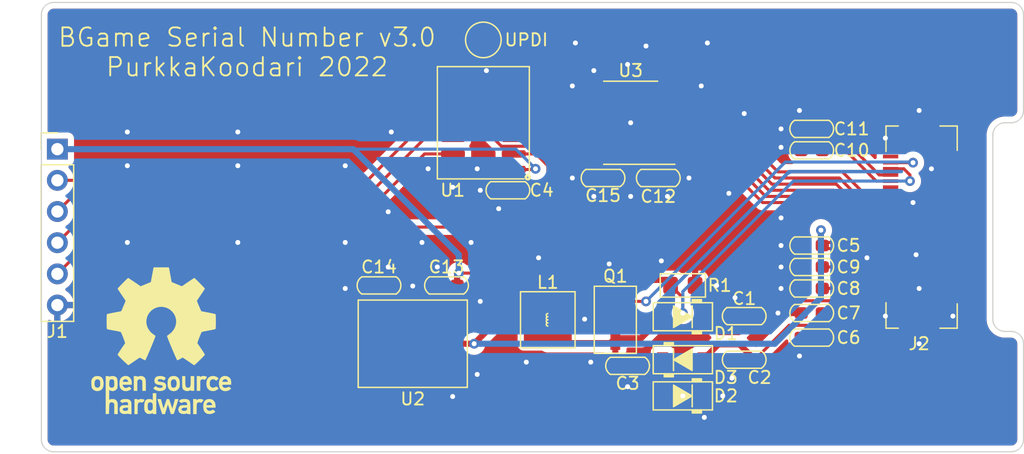
<source format=kicad_pcb>
(kicad_pcb (version 20211014) (generator pcbnew)
  (layers (0 "F.Cu" signal) (31 "B.Cu" signal) (34 "B.Paste" user) (35 "F.Paste" user) (36 "B.SilkS" user "B.Silkscreen") (37 "F.SilkS" user "F.Silkscreen") (38 "B.Mask" user) (39 "F.Mask" user) (44 "Edge.Cuts" user))
  (net 0 "")
  (net 1 "GND")
  (net 2 "/VGH")
  (net 3 "/VGL")
  (net 4 "Net-(C3-Pad1)")
  (net 5 "Net-(C3-Pad2)")
  (net 6 "+3V3")
  (net 7 "Net-(C6-Pad2)")
  (net 8 "Net-(C7-Pad2)")
  (net 9 "Net-(C8-Pad2)")
  (net 10 "Net-(C9-Pad2)")
  (net 11 "Net-(C10-Pad2)")
  (net 12 "Net-(C11-Pad2)")
  (net 13 "/HOST_MOSI")
  (net 14 "/HOST_MISO")
  (net 15 "/HOST_SCK")
  (net 16 "/HOST_CS")
  (net 17 "/UPDI")
  (net 18 "/GDR")
  (net 19 "/RESE")
  (net 20 "/DISP_SCK")
  (net 21 "/DISP_MOSI")
  (net 27 "/DISP_BUSY")
  (net 28 "/DISP_RES")
  (net 29 "/DISP_D{slash}C")
  (net 30 "/DISP_CS")
  (net 31 "+5V")
  (net 32 "/DISP_BUSY_3V")
  (net 33 "/DISP_RES_3V")
  (net 34 "/DISP_D{slash}C_3V")
  (net 35 "/DISP_CS_3V")
  (net 36 "/DISP_SCK_3V")
  (net 37 "/DISP_MOSI_3V")
  (footprint "Capacitor_SMD_Handsoldering_AKL:C_0603_1608Metric_Pad1.08x0.95mm" (layer "F.Cu") (at 90.249998 54.3)
    (fp_text reference "C12" (at 0.000001 1.5) (layer "F.SilkS"))
    (fp_text value "100n")
    (pad "1" smd roundrect (at -0.8625 0) (size 1.075 0.95) (layers "F.Cu" "F.Paste" "F.Mask") (net 6 "+3V3"))
    (pad "2" smd roundrect (at 0.8625 0) (size 1.075 0.95) (layers "F.Cu" "F.Paste" "F.Mask") (net 1 "GND"))
  )
  (footprint "Inductor_SMD_Handsoldering_AKL:L_Taiyo-Yuden_NR-40xx" (layer "F.Cu") (at 81.249996 65.85 90)
    (fp_text reference "L1" (at 3.05 0.000002 180) (layer "F.SilkS"))
    (fp_text value "47u")
    (pad "1" smd rect (at -1.4 0 90) (size 1.2 3.9) (layers "F.Cu" "F.Paste" "F.Mask") (net 5 "Net-(C3-Pad2)"))
    (pad "2" smd rect (at 1.4 0 90) (size 1.2 3.9) (layers "F.Cu" "F.Paste" "F.Mask") (net 6 "+3V3"))
  )
  (footprint "Capacitor_SMD_Handsoldering_AKL:C_0603_1608Metric_Pad1.08x0.95mm" (layer "F.Cu") (at 102.749998 63.3)
    (fp_text reference "C8" (at 2.999998 0) (layer "F.SilkS"))
    (fp_text value "1u")
    (pad "1" smd roundrect (at -0.8625 0) (size 1.075 0.95) (layers "F.Cu" "F.Paste" "F.Mask") (net 1 "GND"))
    (pad "2" smd roundrect (at 0.8625 0) (size 1.075 0.95) (layers "F.Cu" "F.Paste" "F.Mask") (net 9 "Net-(C8-Pad2)"))
  )
  (footprint "Capacitor_SMD_Handsoldering_AKL:C_0603_1608Metric_Pad1.08x0.95mm" (layer "F.Cu") (at 102.749998 50.3)
    (fp_text reference "C11" (at 3.25 0) (layer "F.SilkS"))
    (fp_text value "1u")
    (pad "1" smd roundrect (at -0.8625 0) (size 1.075 0.95) (layers "F.Cu" "F.Paste" "F.Mask") (net 1 "GND"))
    (pad "2" smd roundrect (at 0.8625 0) (size 1.075 0.95) (layers "F.Cu" "F.Paste" "F.Mask") (net 12 "Net-(C11-Pad2)"))
  )
  (footprint "Capacitor_SMD_Handsoldering_AKL:C_0603_1608Metric_Pad1.08x0.95mm" (layer "F.Cu") (at 77.999998 55.3 180)
    (fp_text reference "C4" (at -2.75 0 180) (layer "F.SilkS"))
    (fp_text value "100n")
    (pad "1" smd roundrect (at -0.8625 0 180) (size 1.075 0.95) (layers "F.Cu" "F.Paste" "F.Mask") (net 31 "+5V"))
    (pad "2" smd roundrect (at 0.8625 0 180) (size 1.075 0.95) (layers "F.Cu" "F.Paste" "F.Mask") (net 1 "GND"))
  )
  (footprint "Diode_SMD_Handsoldering_AKL:D_SOD-123" (layer "F.Cu") (at 92.249996 72.05 180)
    (fp_text reference "D2" (at -3.500002 0 180) (layer "F.SilkS"))
    (fp_text value "NRVB0530T1G")
    (pad "1" smd rect (at -1.65 0 180) (size 0.9 1.2) (layers "F.Cu" "F.Paste" "F.Mask") (net 1 "GND"))
    (pad "2" smd rect (at 1.65 0 180) (size 0.9 1.2) (layers "F.Cu" "F.Paste" "F.Mask") (net 4 "Net-(C3-Pad1)"))
  )
  (footprint "Capacitor_SMD_Handsoldering_AKL:C_0603_1608Metric_Pad1.08x0.95mm" (layer "F.Cu") (at 87.749996 69.6 180)
    (fp_text reference "C3" (at 0 -1.43 180) (layer "F.SilkS"))
    (fp_text value "1u")
    (pad "1" smd roundrect (at -0.8625 0 180) (size 1.075 0.95) (layers "F.Cu" "F.Paste" "F.Mask") (net 4 "Net-(C3-Pad1)"))
    (pad "2" smd roundrect (at 0.8625 0 180) (size 1.075 0.95) (layers "F.Cu" "F.Paste" "F.Mask") (net 5 "Net-(C3-Pad2)"))
  )
  (footprint "Capacitor_SMD_Handsoldering_AKL:C_0603_1608Metric_Pad1.08x0.95mm" (layer "F.Cu") (at 102.75 61.55)
    (fp_text reference "C9" (at 2.999998 0) (layer "F.SilkS"))
    (fp_text value "1u")
    (pad "1" smd roundrect (at -0.8625 0) (size 1.075 0.95) (layers "F.Cu" "F.Paste" "F.Mask") (net 1 "GND"))
    (pad "2" smd roundrect (at 0.8625 0) (size 1.075 0.95) (layers "F.Cu" "F.Paste" "F.Mask") (net 10 "Net-(C9-Pad2)"))
  )
  (footprint "Package_SO_AKL:SOIC-14_3.9x8.7mm_P1.27mm" (layer "F.Cu") (at 75.999998 49.8 180)
    (fp_text reference "U1" (at 2.5 -5.5 180) (layer "F.SilkS"))
    (fp_text value "ATtiny1614-SS")
    (pad "1" smd roundrect (at -2.475 -3.81 180) (size 1.95 0.6) (layers "F.Cu" "F.Paste" "F.Mask") (net 31 "+5V"))
    (pad "2" smd roundrect (at -2.475 -2.54 180) (size 1.95 0.6) (layers "F.Cu" "F.Paste" "F.Mask") (net 16 "/HOST_CS"))
    (pad "3" smd roundrect (at -2.475 -1.27 180) (size 1.95 0.6) (layers "F.Cu" "F.Paste" "F.Mask") (net 30 "/DISP_CS"))
    (pad "4" smd roundrect (at -2.475 0 180) (size 1.95 0.6) (layers "F.Cu" "F.Paste" "F.Mask") (net 29 "/DISP_D{slash}C"))
    (pad "5" smd roundrect (at -2.475 1.27 180) (size 1.95 0.6) (layers "F.Cu" "F.Paste" "F.Mask") (net 28 "/DISP_RES"))
    (pad "6" smd roundrect (at -2.475 2.54 180) (size 1.95 0.6) (layers "F.Cu" "F.Paste" "F.Mask") (net 27 "/DISP_BUSY"))
    (pad "7" smd roundrect (at -2.475 3.81 180) (size 1.95 0.6) (layers "F.Cu" "F.Paste" "F.Mask") (net 21 "/DISP_MOSI"))
    (pad "8" smd roundrect (at 2.475 3.81 180) (size 1.95 0.6) (layers "F.Cu" "F.Paste" "F.Mask") (net 20 "/DISP_SCK"))
    (pad "9" smd roundrect (at 2.475 2.54 180) (size 1.95 0.6) (layers "F.Cu" "F.Paste" "F.Mask"))
    (pad "10" smd roundrect (at 2.475 1.27 180) (size 1.95 0.6) (layers "F.Cu" "F.Paste" "F.Mask") (net 17 "/UPDI"))
    (pad "11" smd roundrect (at 2.475 0 180) (size 1.95 0.6) (layers "F.Cu" "F.Paste" "F.Mask") (net 13 "/HOST_MOSI"))
    (pad "12" smd roundrect (at 2.475 -1.27 180) (size 1.95 0.6) (layers "F.Cu" "F.Paste" "F.Mask") (net 14 "/HOST_MISO"))
    (pad "13" smd roundrect (at 2.475 -2.54 180) (size 1.95 0.6) (layers "F.Cu" "F.Paste" "F.Mask") (net 15 "/HOST_SCK"))
    (pad "14" smd roundrect (at 2.475 -3.81 180) (size 1.95 0.6) (layers "F.Cu" "F.Paste" "F.Mask") (net 1 "GND"))
  )
  (footprint "Capacitor_SMD_Handsoldering_AKL:C_0603_1608Metric_Pad1.08x0.95mm" (layer "F.Cu") (at 102.749998 52.05)
    (fp_text reference "C10" (at 3.25 0) (layer "F.SilkS"))
    (fp_text value "1u")
    (pad "1" smd roundrect (at -0.8625 0) (size 1.075 0.95) (layers "F.Cu" "F.Paste" "F.Mask") (net 1 "GND"))
    (pad "2" smd roundrect (at 0.8625 0) (size 1.075 0.95) (layers "F.Cu" "F.Paste" "F.Mask") (net 11 "Net-(C10-Pad2)"))
  )
  (footprint "Capacitor_SMD_Handsoldering_AKL:C_0603_1608Metric_Pad1.08x0.95mm" (layer "F.Cu") (at 85.749998 54.3 180)
    (fp_text reference "C15" (at 0 -1.43) (layer "F.SilkS"))
    (fp_text value "100n")
    (pad "1" smd roundrect (at -0.8625 0 180) (size 1.075 0.95) (layers "F.Cu" "F.Paste" "F.Mask") (net 31 "+5V"))
    (pad "2" smd roundrect (at 0.8625 0 180) (size 1.075 0.95) (layers "F.Cu" "F.Paste" "F.Mask") (net 1 "GND"))
  )
  (footprint "Capacitor_SMD_Handsoldering_AKL:C_0603_1608Metric_Pad1.08x0.95mm" (layer "F.Cu") (at 102.749998 67.3)
    (fp_text reference "C6" (at 2.999998 0) (layer "F.SilkS"))
    (fp_text value "1u")
    (pad "1" smd roundrect (at -0.8625 0) (size 1.075 0.95) (layers "F.Cu" "F.Paste" "F.Mask") (net 1 "GND"))
    (pad "2" smd roundrect (at 0.8625 0) (size 1.075 0.95) (layers "F.Cu" "F.Paste" "F.Mask") (net 7 "Net-(C6-Pad2)"))
  )
  (footprint "Capacitor_SMD_Handsoldering_AKL:C_0603_1608Metric_Pad1.08x0.95mm" (layer "F.Cu") (at 102.75 59.8)
    (fp_text reference "C5" (at 2.999998 0) (layer "F.SilkS"))
    (fp_text value "4u7")
    (pad "1" smd roundrect (at -0.8625 0) (size 1.075 0.95) (layers "F.Cu" "F.Paste" "F.Mask") (net 1 "GND"))
    (pad "2" smd roundrect (at 0.8625 0) (size 1.075 0.95) (layers "F.Cu" "F.Paste" "F.Mask") (net 6 "+3V3"))
  )
  (footprint "Package_TO_SOT_SMD_AKL:SOT-23_Handsoldering" (layer "F.Cu") (at 86.749996 65.85 -90)
    (fp_text reference "Q1" (at -3.55 -0.000002) (layer "F.SilkS"))
    (fp_text value "SI2306")
    (pad "1" smd rect (at -1.5 -0.95 270) (size 1.9 0.8) (layers "F.Cu" "F.Paste" "F.Mask") (net 18 "/GDR"))
    (pad "2" smd rect (at -1.5 0.95 270) (size 1.9 0.8) (layers "F.Cu" "F.Paste" "F.Mask") (net 19 "/RESE"))
    (pad "3" smd rect (at 1.5 0 270) (size 1.9 0.8) (layers "F.Cu" "F.Paste" "F.Mask") (net 5 "Net-(C3-Pad2)"))
  )
  (footprint "TestPoint:TestPoint_Pad_D2.5mm" (layer "F.Cu") (at 75.999998 43.05)
    (fp_text reference "TP1" hide)
    (fp_text value "UPDI" (at 3.5 0 180) (layer "F.SilkS"))
    (pad "1" smd circle (at 0 0) (size 2.5 2.5) (layers "F.Cu" "F.Mask") (net 17 "/UPDI"))
  )
  (footprint "Connector_PinHeader_2.54mm:PinHeader_1x06_P2.54mm_Vertical" (layer "F.Cu") (at 41.299998 51.95)
    (fp_text reference "J1" (at 0 14.85) (layer "F.SilkS"))
    (fp_text value "Conn_01x06")
    (pad "1" thru_hole rect (at 0 0) (size 1.7 1.7) (drill 1) (layers *.Cu *.Mask) (net 31 "+5V"))
    (pad "2" thru_hole oval (at 0 2.54) (size 1.7 1.7) (drill 1) (layers *.Cu *.Mask) (net 13 "/HOST_MOSI"))
    (pad "3" thru_hole oval (at 0 5.08) (size 1.7 1.7) (drill 1) (layers *.Cu *.Mask) (net 14 "/HOST_MISO"))
    (pad "4" thru_hole oval (at 0 7.62) (size 1.7 1.7) (drill 1) (layers *.Cu *.Mask) (net 15 "/HOST_SCK"))
    (pad "5" thru_hole oval (at 0 10.16) (size 1.7 1.7) (drill 1) (layers *.Cu *.Mask) (net 16 "/HOST_CS"))
    (pad "6" thru_hole oval (at 0 12.7) (size 1.7 1.7) (drill 1) (layers *.Cu *.Mask) (net 1 "GND"))
  )
  (footprint "Package_SO:TSSOP-20_4.4x6.5mm_P0.65mm" (layer "F.Cu") (at 87.999998 49.8 180)
    (fp_text reference "U3" (at 0 4.25) (layer "F.SilkS"))
    (fp_text value "TXS0108EPW")
    (pad "1" smd roundrect (at -2.8625 -2.925 180) (size 1.475 0.4) (layers "F.Cu" "F.Paste" "F.Mask"))
    (pad "2" smd roundrect (at -2.8625 -2.275 180) (size 1.475 0.4) (layers "F.Cu" "F.Paste" "F.Mask") (net 6 "+3V3"))
    (pad "3" smd roundrect (at -2.8625 -1.625 180) (size 1.475 0.4) (layers "F.Cu" "F.Paste" "F.Mask") (net 37 "/DISP_MOSI_3V"))
    (pad "4" smd roundrect (at -2.8625 -0.975 180) (size 1.475 0.4) (layers "F.Cu" "F.Paste" "F.Mask") (net 36 "/DISP_SCK_3V"))
    (pad "5" smd roundrect (at -2.8625 -0.325 180) (size 1.475 0.4) (layers "F.Cu" "F.Paste" "F.Mask") (net 35 "/DISP_CS_3V"))
    (pad "6" smd roundrect (at -2.8625 0.325 180) (size 1.475 0.4) (layers "F.Cu" "F.Paste" "F.Mask") (net 34 "/DISP_D{slash}C_3V"))
    (pad "7" smd roundrect (at -2.8625 0.975 180) (size 1.475 0.4) (layers "F.Cu" "F.Paste" "F.Mask") (net 33 "/DISP_RES_3V"))
    (pad "8" smd roundrect (at -2.8625 1.625 180) (size 1.475 0.4) (layers "F.Cu" "F.Paste" "F.Mask") (net 32 "/DISP_BUSY_3V"))
    (pad "9" smd roundrect (at -2.8625 2.275 180) (size 1.475 0.4) (layers "F.Cu" "F.Paste" "F.Mask"))
    (pad "10" smd roundrect (at -2.8625 2.925 180) (size 1.475 0.4) (layers "F.Cu" "F.Paste" "F.Mask") (net 6 "+3V3"))
    (pad "11" smd roundrect (at 2.8625 2.925 180) (size 1.475 0.4) (layers "F.Cu" "F.Paste" "F.Mask") (net 1 "GND"))
    (pad "12" smd roundrect (at 2.8625 2.275 180) (size 1.475 0.4) (layers "F.Cu" "F.Paste" "F.Mask"))
    (pad "13" smd roundrect (at 2.8625 1.625 180) (size 1.475 0.4) (layers "F.Cu" "F.Paste" "F.Mask") (net 27 "/DISP_BUSY"))
    (pad "14" smd roundrect (at 2.8625 0.975 180) (size 1.475 0.4) (layers "F.Cu" "F.Paste" "F.Mask") (net 28 "/DISP_RES"))
    (pad "15" smd roundrect (at 2.8625 0.325 180) (size 1.475 0.4) (layers "F.Cu" "F.Paste" "F.Mask") (net 29 "/DISP_D{slash}C"))
    (pad "16" smd roundrect (at 2.8625 -0.325 180) (size 1.475 0.4) (layers "F.Cu" "F.Paste" "F.Mask") (net 30 "/DISP_CS"))
    (pad "17" smd roundrect (at 2.8625 -0.975 180) (size 1.475 0.4) (layers "F.Cu" "F.Paste" "F.Mask") (net 20 "/DISP_SCK"))
    (pad "18" smd roundrect (at 2.8625 -1.625 180) (size 1.475 0.4) (layers "F.Cu" "F.Paste" "F.Mask") (net 21 "/DISP_MOSI"))
    (pad "19" smd roundrect (at 2.8625 -2.275 180) (size 1.475 0.4) (layers "F.Cu" "F.Paste" "F.Mask") (net 31 "+5V"))
    (pad "20" smd roundrect (at 2.8625 -2.925 180) (size 1.475 0.4) (layers "F.Cu" "F.Paste" "F.Mask"))
  )
  (footprint "Resistor_SMD_AKL:R_0805_2012Metric_Pad1.20x1.40mm" (layer "F.Cu") (at 92.249998 63.05 180)
    (fp_text reference "R1" (at -3 0 180) (layer "F.SilkS"))
    (fp_text value "2R2")
    (pad "1" smd roundrect (at -1 0 180) (size 1.2 1.4) (layers "F.Cu" "F.Paste" "F.Mask") (roundrect_rratio 0.208333) (net 1 "GND"))
    (pad "2" smd roundrect (at 1 0 180) (size 1.2 1.4) (layers "F.Cu" "F.Paste" "F.Mask") (roundrect_rratio 0.208333) (net 19 "/RESE"))
  )
  (footprint "Capacitor_SMD_Handsoldering_AKL:C_0603_1608Metric_Pad1.08x0.95mm" (layer "F.Cu") (at 102.749998 65.3)
    (fp_text reference "C7" (at 2.999998 0) (layer "F.SilkS"))
    (fp_text value "1u")
    (pad "1" smd roundrect (at -0.8625 0) (size 1.075 0.95) (layers "F.Cu" "F.Paste" "F.Mask") (net 1 "GND"))
    (pad "2" smd roundrect (at 0.8625 0) (size 1.075 0.95) (layers "F.Cu" "F.Paste" "F.Mask") (net 8 "Net-(C7-Pad2)"))
  )
  (footprint "Package_TO_SOT_SMD_AKL:SOT-223-3_TabPin2" (layer "F.Cu") (at 70.249998 67.8 180)
    (fp_text reference "U2" (at 0 -4.5) (layer "F.SilkS"))
    (fp_text value "AMS1117-3.3")
    (pad "1" smd rect (at -3.15 -2.3 180) (size 2 1.5) (layers "F.Cu" "F.Paste" "F.Mask") (net 1 "GND"))
    (pad "2" smd rect (at 3.15 0 180) (size 2 3.8) (layers "F.Cu" "F.Paste" "F.Mask") (net 6 "+3V3"))
    (pad "2" smd rect (at -3.15 0 180) (size 2 1.5) (layers "F.Cu" "F.Paste" "F.Mask") (net 6 "+3V3"))
    (pad "3" smd rect (at -3.15 2.3 180) (size 2 1.5) (layers "F.Cu" "F.Paste" "F.Mask") (net 31 "+5V"))
  )
  (footprint "Capacitor_SMD_Handsoldering_AKL:C_0603_1608Metric_Pad1.08x0.95mm" (layer "F.Cu") (at 67.499998 63.05 180)
    (fp_text reference "C14" (at 0 1.5) (layer "F.SilkS"))
    (fp_text value "1u")
    (pad "1" smd roundrect (at -0.8625 0 180) (size 1.075 0.95) (layers "F.Cu" "F.Paste" "F.Mask") (net 1 "GND"))
    (pad "2" smd roundrect (at 0.8625 0 180) (size 1.075 0.95) (layers "F.Cu" "F.Paste" "F.Mask") (net 6 "+3V3"))
  )
  (footprint "Capacitor_SMD_Handsoldering_AKL:C_0603_1608Metric_Pad1.08x0.95mm" (layer "F.Cu") (at 97.249998 65.55)
    (fp_text reference "C1" (at 0 -1.43) (layer "F.SilkS"))
    (fp_text value "1u")
    (pad "1" smd roundrect (at -0.8625 0) (size 1.075 0.95) (layers "F.Cu" "F.Paste" "F.Mask") (net 1 "GND"))
    (pad "2" smd roundrect (at 0.8625 0) (size 1.075 0.95) (layers "F.Cu" "F.Paste" "F.Mask") (net 2 "/VGH"))
  )
  (footprint "project:ER-CON24HT-1" (layer "F.Cu") (at 111.5 58.3 90)
    (fp_text reference "J2" (at -9.5 -0.000002 180) (layer "F.SilkS"))
    (fp_text value "SSD1675A")
    (pad "1" smd rect (at 5.75 -2.325 90) (size 0.3 1.25) (layers "F.Cu" "F.Paste" "F.Mask"))
    (pad "2" smd rect (at 5.25 -2.325 90) (size 0.3 1.25) (layers "F.Cu" "F.Paste" "F.Mask") (net 18 "/GDR"))
    (pad "3" smd rect (at 4.75 -2.325 90) (size 0.3 1.25) (layers "F.Cu" "F.Paste" "F.Mask") (net 19 "/RESE"))
    (pad "4" smd rect (at 4.25 -2.325 90) (size 0.3 1.25) (layers "F.Cu" "F.Paste" "F.Mask") (net 12 "Net-(C11-Pad2)"))
    (pad "5" smd rect (at 3.75 -2.325 90) (size 0.3 1.25) (layers "F.Cu" "F.Paste" "F.Mask") (net 11 "Net-(C10-Pad2)"))
    (pad "6" smd rect (at 3.25 -2.325 90) (size 0.3 1.25) (layers "F.Cu" "F.Paste" "F.Mask"))
    (pad "7" smd rect (at 2.75 -2.325 90) (size 0.3 1.25) (layers "F.Cu" "F.Paste" "F.Mask"))
    (pad "8" smd rect (at 2.25 -2.325 90) (size 0.3 1.25) (layers "F.Cu" "F.Paste" "F.Mask") (net 1 "GND"))
    (pad "9" smd rect (at 1.75 -2.325 90) (size 0.3 1.25) (layers "F.Cu" "F.Paste" "F.Mask") (net 32 "/DISP_BUSY_3V"))
    (pad "10" smd rect (at 1.25 -2.325 90) (size 0.3 1.25) (layers "F.Cu" "F.Paste" "F.Mask") (net 33 "/DISP_RES_3V"))
    (pad "11" smd rect (at 0.75 -2.325 90) (size 0.3 1.25) (layers "F.Cu" "F.Paste" "F.Mask") (net 34 "/DISP_D{slash}C_3V"))
    (pad "12" smd rect (at 0.25 -2.325 90) (size 0.3 1.25) (layers "F.Cu" "F.Paste" "F.Mask") (net 35 "/DISP_CS_3V"))
    (pad "13" smd rect (at -0.25 -2.325 90) (size 0.3 1.25) (layers "F.Cu" "F.Paste" "F.Mask") (net 36 "/DISP_SCK_3V"))
    (pad "14" smd rect (at -0.75 -2.325 90) (size 0.3 1.25) (layers "F.Cu" "F.Paste" "F.Mask") (net 37 "/DISP_MOSI_3V"))
    (pad "15" smd rect (at -1.25 -2.325 90) (size 0.3 1.25) (layers "F.Cu" "F.Paste" "F.Mask") (net 6 "+3V3"))
    (pad "16" smd rect (at -1.75 -2.325 90) (size 0.3 1.25) (layers "F.Cu" "F.Paste" "F.Mask") (net 6 "+3V3"))
    (pad "17" smd rect (at -2.25 -2.325 90) (size 0.3 1.25) (layers "F.Cu" "F.Paste" "F.Mask") (net 1 "GND"))
    (pad "18" smd rect (at -2.75 -2.325 90) (size 0.3 1.25) (layers "F.Cu" "F.Paste" "F.Mask") (net 10 "Net-(C9-Pad2)"))
    (pad "19" smd rect (at -3.25 -2.325 90) (size 0.3 1.25) (layers "F.Cu" "F.Paste" "F.Mask"))
    (pad "20" smd rect (at -3.75 -2.325 90) (size 0.3 1.25) (layers "F.Cu" "F.Paste" "F.Mask") (net 9 "Net-(C8-Pad2)"))
    (pad "21" smd rect (at -4.25 -2.325 90) (size 0.3 1.25) (layers "F.Cu" "F.Paste" "F.Mask") (net 2 "/VGH"))
    (pad "22" smd rect (at -4.75 -2.325 90) (size 0.3 1.25) (layers "F.Cu" "F.Paste" "F.Mask") (net 8 "Net-(C7-Pad2)"))
    (pad "23" smd rect (at -5.25 -2.325 90) (size 0.3 1.25) (layers "F.Cu" "F.Paste" "F.Mask") (net 3 "/VGL"))
    (pad "24" smd rect (at -5.75 -2.325 90) (size 0.3 1.25) (layers "F.Cu" "F.Paste" "F.Mask") (net 7 "Net-(C6-Pad2)"))
    (pad "MP" smd rect (at 7.29 0 90) (size 2 3) (layers "F.Cu" "F.Paste" "F.Mask") (net 1 "GND"))
    (pad "MP" smd rect (at -7.29 0 90) (size 2 3) (layers "F.Cu" "F.Paste" "F.Mask") (net 1 "GND"))
  )
  (footprint "Diode_SMD_Handsoldering_AKL:D_SOD-123" (layer "F.Cu") (at 92.249996 69.1)
    (fp_text reference "D1" (at 3.500002 -2.127) (layer "F.SilkS"))
    (fp_text value "NRVB0530T1G")
    (pad "1" smd rect (at -1.65 0) (size 0.9 1.2) (layers "F.Cu" "F.Paste" "F.Mask") (net 4 "Net-(C3-Pad1)"))
    (pad "2" smd rect (at 1.65 0) (size 0.9 1.2) (layers "F.Cu" "F.Paste" "F.Mask") (net 3 "/VGL"))
  )
  (footprint "Capacitor_SMD_Handsoldering_AKL:C_0603_1608Metric_Pad1.08x0.95mm" (layer "F.Cu") (at 72.999998 63.05)
    (fp_text reference "C13" (at 0 -1.5) (layer "F.SilkS"))
    (fp_text value "1u")
    (pad "1" smd roundrect (at -0.8625 0) (size 1.075 0.95) (layers "F.Cu" "F.Paste" "F.Mask") (net 1 "GND"))
    (pad "2" smd roundrect (at 0.8625 0) (size 1.075 0.95) (layers "F.Cu" "F.Paste" "F.Mask") (net 31 "+5V"))
  )
  (footprint "Capacitor_SMD_Handsoldering_AKL:C_0603_1608Metric_Pad1.08x0.95mm" (layer "F.Cu") (at 97.249998 69.1)
    (fp_text reference "C2" (at 1.25 1.45) (layer "F.SilkS"))
    (fp_text value "1u")
    (pad "1" smd roundrect (at -0.8625 0) (size 1.075 0.95) (layers "F.Cu" "F.Paste" "F.Mask") (net 1 "GND"))
    (pad "2" smd roundrect (at 0.8625 0) (size 1.075 0.95) (layers "F.Cu" "F.Paste" "F.Mask") (net 3 "/VGL"))
  )
  (footprint "Symbol:OSHW-Logo_11.4x12mm_SilkScreen" (layer "F.Cu") (at 49.749998 67.55)
    (fp_text reference "LOGO1" hide)
    (fp_text value "Logo_Open_Hardware_Large" hide)
  )
  (footprint "Diode_SMD_Handsoldering_AKL:D_SOD-123" (layer "F.Cu") (at 92.249996 65.6 180)
    (fp_text reference "D3" (at -3.500002 -4.95 180) (layer "F.SilkS"))
    (fp_text value "NRVB0530T1G")
    (pad "1" smd rect (at -1.65 0 180) (size 0.9 1.2) (layers "F.Cu" "F.Paste" "F.Mask") (net 2 "/VGH"))
    (pad "2" smd rect (at 1.65 0 180) (size 0.9 1.2) (layers "F.Cu" "F.Paste" "F.Mask") (net 5 "Net-(C3-Pad2)"))
  )
  (gr_line (start 120 41) (end 120 48.8) (layer "Edge.Cuts") (width 0.1))
  (gr_arc (start 40.999998 76.6) (mid 40.292891 76.307107) (end 39.999998 75.6) (layer "Edge.Cuts") (width 0.1))
  (gr_arc (start 119 40) (mid 119.707107 40.292893) (end 120 41) (layer "Edge.Cuts") (width 0.1))
  (gr_line (start 39.999998 75.6) (end 39.999998 41) (layer "Edge.Cuts") (width 0.1))
  (gr_line (start 119 76.6) (end 40.999998 76.6) (layer "Edge.Cuts") (width 0.1))
  (gr_line (start 118.499998 66.8) (end 119 66.8) (layer "Edge.Cuts") (width 0.1))
  (gr_line (start 118.499998 49.8) (end 119 49.8) (layer "Edge.Cuts") (width 0.1))
  (gr_line (start 117.499998 50.8) (end 117.499998 65.8) (layer "Edge.Cuts") (width 0.1))
  (gr_arc (start 120 48.8) (mid 119.707107 49.507107) (end 119 49.8) (layer "Edge.Cuts") (width 0.1))
  (gr_arc (start 118.499998 66.8) (mid 117.792892 66.507106) (end 117.499998 65.8) (layer "Edge.Cuts") (width 0.1))
  (gr_arc (start 119 66.8) (mid 119.707107 67.092893) (end 120 67.8) (layer "Edge.Cuts") (width 0.1))
  (gr_arc (start 120 75.6) (mid 119.707107 76.307107) (end 119 76.6) (layer "Edge.Cuts") (width 0.1))
  (gr_arc (start 39.999998 41) (mid 40.292891 40.292893) (end 40.999998 40) (layer "Edge.Cuts") (width 0.1))
  (gr_line (start 120 67.8) (end 120 75.6) (layer "Edge.Cuts") (width 0.1))
  (gr_arc (start 117.499998 50.8) (mid 117.792891 50.092893) (end 118.499998 49.8) (layer "Edge.Cuts") (width 0.1))
  (gr_line (start 40.999998 40) (end 119 40) (layer "Edge.Cuts") (width 0.1))
  (gr_text "BGame Serial Number v3.0\nPurkkaKoodari 2022" (at 56.749998 44.05) (layer "F.SilkS") (effects (font (size 1.5 1.5))))
  (segment (start 107.499998 60.55) (end 107.249998 60.8) (width 0.25) (layer "F.Cu") (net 1))
  (segment (start 109.175 60.55) (end 107.499998 60.55) (width 0.25) (layer "F.Cu") (net 1))
  (segment (start 109.175 60.55) (end 110.499998 60.55) (width 0.25) (layer "F.Cu") (net 1))
  (segment (start 85.137498 46.875) (end 83.324998 46.875) (width 0.25) (layer "F.Cu") (net 1))
  (segment (start 83.324998 46.875) (end 83.249998 46.8) (width 0.25) (layer "F.Cu") (net 1))
  (segment (start 109.175 56.05) (end 110.499998 56.05) (width 0.25) (layer "F.Cu") (net 1))
  (via (at 110.999998 56.3) (size 0.8) (drill 0.4) (layers "F.Cu" "B.Cu") (net 1))
  (via (at 87.999998 55.8) (size 0.8) (drill 0.4) (layers "F.Cu" "B.Cu") (net 1))
  (via (at 84.999998 45.55) (size 0.8) (drill 0.4) (layers "F.Cu" "B.Cu") (net 1))
  (via (at 112.499998 53.55) (size 0.8) (drill 0.4) (layers "F.Cu" "B.Cu") (net 1))
  (via (at 99.999998 65.3) (size 0.8) (drill 0.4) (layers "F.Cu" "B.Cu") (net 1))
  (via (at 46.999998 59.55) (size 0.8) (drill 0.4) (layers "F.Cu" "B.Cu") (net 1))
  (via (at 70.249998 63.1) (size 0.8) (drill 0.4) (layers "F.Cu" "B.Cu") (net 1))
  (via (at 92.749998 54.3) (size 0.8) (drill 0.4) (layers "F.Cu" "B.Cu") (net 1))
  (via (at 64.749998 59.55) (size 0.8) (drill 0.4) (layers "F.Cu" "B.Cu") (net 1))
  (via (at 111.499998 67.8) (size 0.8) (drill 0.4) (layers "F.Cu" "B.Cu") (net 1))
  (via (at 83.249998 46.8) (size 0.8) (drill 0.4) (layers "F.Cu" "B.Cu") (net 1))
  (via (at 64.749998 63.3) (size 0.8) (drill 0.4) (layers "F.Cu" "B.Cu") (net 1))
  (via (at 68.499998 50.55) (size 0.8) (drill 0.4) (layers "F.Cu" "B.Cu") (net 1))
  (via (at 94.999998 63.05) (size 0.8) (drill 0.4) (layers "F.Cu" "B.Cu") (net 1))
  (via (at 75.749998 55.3) (size 0.8) (drill 0.4) (layers "F.Cu" "B.Cu") (net 1))
  (via (at 84.249998 65.8) (size 0.8) (drill 0.4) (layers "F.Cu" "B.Cu") (net 1))
  (via (at 92.249996 72.05) (size 0.8) (drill 0.4) (layers "F.Cu" "B.Cu") (net 1))
  (via (at 108.749998 51.05) (size 0.8) (drill 0.4) (layers "F.Cu" "B.Cu") (net 1))
  (via (at 80.499998 60.8) (size 0.8) (drill 0.4) (layers "F.Cu" "B.Cu") (net 1))
  (via (at 87.999998 49.8) (size 0.8) (drill 0.4) (layers "F.Cu" "B.Cu") (net 1))
  (via (at 89.249998 43.55) (size 0.8) (drill 0.4) (layers "F.Cu" "B.Cu") (net 1))
  (via (at 86.249998 61.3) (size 0.8) (drill 0.4) (layers "F.Cu" "B.Cu") (net 1))
  (via (at 111.499998 63.3) (size 0.8) (drill 0.4) (layers "F.Cu" "B.Cu") (net 1))
  (via (at 107.249998 60.8) (size 0.8) (drill 0.4) (layers "F.Cu" "B.Cu") (net 1))
  (via (at 64.749998 53.3) (size 0.8) (drill 0.4) (layers "F.Cu" "B.Cu") (net 1))
  (via (at 83.499998 43.3) (size 0.8) (drill 0.4) (layers "F.Cu" "B.Cu") (net 1))
  (via (at 83.249998 54.3) (size 0.8) (drill 0.4) (layers "F.Cu" "B.Cu") (net 1))
  (via (at 75.749998 64.35) (size 0.8) (drill 0.4) (layers "F.Cu" "B.Cu") (net 1))
  (via (at 79.499998 69.3) (size 0.8) (drill 0.4) (layers "F.Cu" "B.Cu") (net 1))
  (via (at 46.999998 50.55) (size 0.8) (drill 0.4) (layers "F.Cu" "B.Cu") (net 1))
  (via (at 68.249998 61.55) (size 0.8) (drill 0.4) (layers "F.Cu" "B.Cu") (net 1))
  (via (at 96.499998 64.05) (size 0.8) (drill 0.4) (layers "F.Cu" "B.Cu") (net 1))
  (via (at 68.249998 57.05) (size 0.8) (drill 0.4) (layers "F.Cu" "B.Cu") (net 1))
  (via (at 71.499998 53.55) (size 0.8) (drill 0.4) (layers "F.Cu" "B.Cu") (net 1))
  (via (at 73.499998 72.1) (size 0.8) (drill 0.4) (layers "F.Cu" "B.Cu") (net 1))
  (via (at 100.249998 63.3) (size 0.8) (drill 0.4) (layers "F.Cu" "B.Cu") (net 1))
  (via (at 72.249998 61.55) (size 0.8) (drill 0.4) (layers "F.Cu" "B.Cu") (net 1))
  (via (at 95.499996 72.05) (size 0.8) (drill 0.4) (layers "F.Cu" "B.Cu") (net 1))
  (via (at 70.999998 59.55) (size 0.8) (drill 0.4) (layers "F.Cu" "B.Cu") (net 1))
  (via (at 75.499998 70.3) (size 0.8) (drill 0.4) (layers "F.Cu" "B.Cu") (net 1))
  (via (at 55.999998 50.55) (size 0.8) (drill 0.4) (layers "F.Cu" "B.Cu") (net 1))
  (via (at 55.999998 53.3) (size 0.8) (drill 0.4) (layers "F.Cu" "B.Cu") (net 1))
  (via (at 76.249998 45.55) (size 0.8) (drill 0.4) (layers "F.Cu" "B.Cu") (net 1))
  (via (at 73.499998 55.05) (size 0.8) (drill 0.4) (layers "F.Cu" "B.Cu") (net 1))
  (via (at 94.249998 43.3) (size 0.8) (drill 0.4) (layers "F.Cu" "B.Cu") (net 1))
  (via (at 114.249998 65.55) (size 0.8) (drill 0.4) (layers "F.Cu" "B.Cu") (net 1))
  (via (at 101.749998 48.8) (size 0.8) (drill 0.4) (layers "F.Cu" "B.Cu") (net 1))
  (via (at 100.249998 50.3) (size 0.8) (drill 0.4) (layers "F.Cu" "B.Cu") (net 1))
  (via (at 87.749998 45.05) (size 0.8) (drill 0.4) (layers "F.Cu" "B.Cu") (net 1))
  (via (at 100.249998 61.55) (size 0.8) (drill 0.4) (layers "F.Cu" "B.Cu") (net 1))
  (via (at 95.999998 55.55) (size 0.8) (drill 0.4) (layers "F.Cu" "B.Cu") (net 1))
  (via (at 100.249998 59.8) (size 0.8) (drill 0.4) (layers "F.Cu" "B.Cu") (net 1))
  (via (at 100.249998 51.8) (size 0.8) (drill 0.4) (layers "F.Cu" "B.Cu") (net 1))
  (via (at 111.499998 48.8) (size 0.8) (drill 0.4) (layers "F.Cu" "B.Cu") (net 1))
  (via (at 108.749998 65.55) (size 0.8) (drill 0.4) (layers "F.Cu" "B.Cu") (net 1))
  (via (at 55.999998 59.55) (size 0.8) (drill 0.4) (layers "F.Cu" "B.Cu") (net 1))
  (via (at 87.749998 71.3) (size 0.8) (drill 0.4) (layers "F.Cu" "B.Cu") (net 1))
  (via (at 46.999998 53.3) (size 0.8) (drill 0.4) (layers "F.Cu" "B.Cu") (net 1))
  (via (at 74.999998 59.55) (size 0.8) (drill 0.4) (layers "F.Cu" "B.Cu") (net 1))
  (via (at 96.249996 70.6) (size 0.8) (drill 0.4) (layers "F.Cu" "B.Cu") (net 1))
  (via (at 111.249998 60.55) (size 0.8) (drill 0.4) (layers "F.Cu" "B.Cu") (net 1))
  (via (at 84.749998 69.3) (size 0.8) (drill 0.4) (layers "F.Cu" "B.Cu") (net 1))
  (via (at 101.749998 68.8) (size 0.8) (drill 0.4) (layers "F.Cu" "B.Cu") (net 1))
  (via (at 84.999998 55.8) (size 0.8) (drill 0.4) (layers "F.Cu" "B.Cu") (net 1))
  (via (at 93.999996 73.8) (size 0.8) (drill 0.4) (layers "F.Cu" "B.Cu") (net 1))
  (via (at 93.749998 46.8) (size 0.8) (drill 0.4) (layers "F.Cu" "B.Cu") (net 1))
  (via (at 90.499998 61.05) (size 0.8) (drill 0.4) (layers "F.Cu" "B.Cu") (net 1))
  (via (at 97.249998 49.05) (size 0.8) (drill 0.4) (layers "F.Cu" "B.Cu") (net 1))
  (via (at 100.249998 57.55) (size 0.8) (drill 0.4) (layers "F.Cu" "B.Cu") (net 1))
  (via (at 77.249998 56.8) (size 0.8) (drill 0.4) (layers "F.Cu" "B.Cu") (net 1))
  (via (at 90.999998 55.8) (size 0.8) (drill 0.4) (layers "F.Cu" "B.Cu") (net 1))
  (via (at 75.499998 53.55) (size 0.8) (drill 0.4) (layers "F.Cu" "B.Cu") (net 1))
  (segment (start 95.249996 66.85) (end 96.812498 66.85) (width 0.5) (layer "F.Cu") (net 2))
  (segment (start 105.999998 62.55) (end 109.175 62.55) (width 0.25) (layer "F.Cu") (net 2))
  (segment (start 93.999996 65.6) (end 95.249996 66.85) (width 0.5) (layer "F.Cu") (net 2))
  (segment (start 99.362498 64.3) (end 104.249998 64.3) (width 0.25) (layer "F.Cu") (net 2))
  (segment (start 98.112498 65.55) (end 99.362498 64.3) (width 0.25) (layer "F.Cu") (net 2))
  (segment (start 104.249998 64.3) (end 105.999998 62.55) (width 0.25) (layer "F.Cu") (net 2))
  (segment (start 93.899996 65.6) (end 93.999996 65.6) (width 0.5) (layer "F.Cu") (net 2))
  (segment (start 96.812498 66.85) (end 98.112498 65.55) (width 0.5) (layer "F.Cu") (net 2))
  (segment (start 96.862498 67.85) (end 98.112498 69.1) (width 0.5) (layer "F.Cu") (net 3))
  (segment (start 93.899996 69.1) (end 95.149996 67.85) (width 0.5) (layer "F.Cu") (net 3))
  (segment (start 104.249998 66.3) (end 106.999998 63.55) (width 0.25) (layer "F.Cu") (net 3))
  (segment (start 98.112498 69.1) (end 100.912498 66.3) (width 0.25) (layer "F.Cu") (net 3))
  (segment (start 100.912498 66.3) (end 104.249998 66.3) (width 0.25) (layer "F.Cu") (net 3))
  (segment (start 106.999998 63.55) (end 109.175 63.55) (width 0.25) (layer "F.Cu") (net 3))
  (segment (start 95.149996 67.85) (end 96.862498 67.85) (width 0.5) (layer "F.Cu") (net 3))
  (segment (start 88.612496 69.6) (end 90.099996 69.6) (width 0.5) (layer "F.Cu") (net 4))
  (segment (start 90.099996 69.6) (end 90.599996 69.1) (width 0.5) (layer "F.Cu") (net 4))
  (segment (start 90.599996 72.05) (end 90.599996 69.1) (width 0.5) (layer "F.Cu") (net 4))
  (segment (start 86.749996 69.4625) (end 86.887496 69.6) (width 0.5) (layer "F.Cu") (net 5))
  (segment (start 86.349996 67.75) (end 86.749996 67.35) (width 0.5) (layer "F.Cu") (net 5))
  (segment (start 81.249996 67.75) (end 86.349996 67.75) (width 0.5) (layer "F.Cu") (net 5))
  (segment (start 86.749996 67.35) (end 86.749996 69.4625) (width 0.5) (layer "F.Cu") (net 5))
  (segment (start 88.849996 67.35) (end 90.599996 65.6) (width 0.5) (layer "F.Cu") (net 5))
  (segment (start 86.749996 67.35) (end 88.849996 67.35) (width 0.5) (layer "F.Cu") (net 5))
  (segment (start 89.387498 56.312498) (end 89.387498 54.3) (width 0.25) (layer "F.Cu") (net 6))
  (segment (start 103.8625 59.55) (end 103.6125 59.8) (width 0.25) (layer "F.Cu") (net 6))
  (segment (start 66.637498 67.3375) (end 67.099998 67.8) (width 0.5) (layer "F.Cu") (net 6))
  (segment (start 90.174637 46.875) (end 90.862498 46.875) (width 0.25) (layer "F.Cu") (net 6))
  (segment (start 66.637498 63.05) (end 66.637498 67.3375) (width 0.5) (layer "F.Cu") (net 6))
  (segment (start 78.599998 64.45) (end 75.249998 67.8) (width 0.5) (layer "F.Cu") (net 6))
  (segment (start 89.387498 52.862139) (end 90.174637 52.075) (width 0.25) (layer "F.Cu") (net 6))
  (segment (start 103.499998 58.55) (end 103.499998 59.687498) (width 0.5) (layer "F.Cu") (net 6))
  (segment (start 81.249996 64.45) (end 89.387498 56.312498) (width 0.25) (layer "F.Cu") (net 6))
  (segment (start 73.399998 67.8) (end 75.249998 67.8) (width 0.5) (layer "F.Cu") (net 6))
  (segment (start 109.175 59.55) (end 103.8625 59.55) (width 0.25) (layer "F.Cu") (net 6))
  (segment (start 90.174637 52.075) (end 90.862498 52.075) (width 0.25) (layer "F.Cu") (net 6))
  (segment (start 103.499998 59.687498) (end 103.6125 59.8) (width 0.5) (layer "F.Cu") (net 6))
  (segment (start 89.387498 54.3) (end 89.387498 52.862139) (width 0.25) (layer "F.Cu") (net 6))
  (segment (start 89.387498 52.862139) (end 89.387498 47.662139) (width 0.25) (layer "F.Cu") (net 6))
  (segment (start 81.249996 64.45) (end 78.599998 64.45) (width 0.5) (layer "F.Cu") (net 6))
  (segment (start 89.387498 47.662139) (end 90.174637 46.875) (width 0.25) (layer "F.Cu") (net 6))
  (segment (start 109.175 60.05) (end 103.8625 60.05) (width 0.25) (layer "F.Cu") (net 6))
  (segment (start 103.8625 60.05) (end 103.6125 59.8) (width 0.25) (layer "F.Cu") (net 6))
  (via (at 103.499998 58.55) (size 0.8) (drill 0.4) (layers "F.Cu" "B.Cu") (net 6))
  (via (at 75.249998 67.8) (size 0.8) (drill 0.4) (layers "F.Cu" "B.Cu") (net 6))
  (segment (start 103.499998 58.55) (end 103.499998 64.05) (width 0.5) (layer "B.Cu") (net 6))
  (segment (start 75.249998 67.8) (end 99.749998 67.8) (width 0.5) (layer "B.Cu") (net 6))
  (segment (start 99.749998 67.8) (end 103.499998 64.05) (width 0.5) (layer "B.Cu") (net 6))
  (segment (start 107.499998 64.05) (end 109.175 64.05) (width 0.25) (layer "F.Cu") (net 7))
  (segment (start 103.612498 67.3) (end 104.249998 67.3) (width 0.25) (layer "F.Cu") (net 7))
  (segment (start 104.249998 67.3) (end 107.499998 64.05) (width 0.25) (layer "F.Cu") (net 7))
  (segment (start 104.249998 65.3) (end 106.499998 63.05) (width 0.25) (layer "F.Cu") (net 8))
  (segment (start 103.612498 65.3) (end 104.249998 65.3) (width 0.25) (layer "F.Cu") (net 8))
  (segment (start 106.499998 63.05) (end 109.175 63.05) (width 0.25) (layer "F.Cu") (net 8))
  (segment (start 105.499998 62.05) (end 109.175 62.05) (width 0.25) (layer "F.Cu") (net 9))
  (segment (start 104.249998 63.3) (end 105.499998 62.05) (width 0.25) (layer "F.Cu") (net 9))
  (segment (start 103.612498 63.3) (end 104.249998 63.3) (width 0.25) (layer "F.Cu") (net 9))
  (segment (start 103.6125 61.55) (end 107.749998 61.55) (width 0.25) (layer "F.Cu") (net 10))
  (segment (start 108.249998 61.05) (end 109.175 61.05) (width 0.25) (layer "F.Cu") (net 10))
  (segment (start 107.749998 61.55) (end 108.249998 61.05) (width 0.25) (layer "F.Cu") (net 10))
  (segment (start 105.499998 52.05) (end 103.612498 52.05) (width 0.25) (layer "F.Cu") (net 11))
  (segment (start 109.175 54.55) (end 107.999998 54.55) (width 0.25) (layer "F.Cu") (net 11))
  (segment (start 107.999998 54.55) (end 105.499998 52.05) (width 0.25) (layer "F.Cu") (net 11))
  (segment (start 108.250978 54.05) (end 104.500978 50.3) (width 0.25) (layer "F.Cu") (net 12))
  (segment (start 104.500978 50.3) (end 103.612498 50.3) (width 0.25) (layer "F.Cu") (net 12))
  (segment (start 109.175 54.05) (end 108.250978 54.05) (width 0.25) (layer "F.Cu") (net 12))
  (segment (start 71.249998 49.8) (end 73.524998 49.8) (width 0.25) (layer "F.Cu") (net 13))
  (segment (start 66.559998 54.49) (end 71.249998 49.8) (width 0.25) (layer "F.Cu") (net 13))
  (segment (start 41.299998 54.49) (end 66.559998 54.49) (width 0.25) (layer "F.Cu") (net 13))
  (segment (start 42.529998 55.8) (end 66.499998 55.8) (width 0.25) (layer "F.Cu") (net 14))
  (segment (start 71.229998 51.07) (end 73.524998 51.07) (width 0.25) (layer "F.Cu") (net 14))
  (segment (start 66.499998 55.8) (end 71.229998 51.07) (width 0.25) (layer "F.Cu") (net 14))
  (segment (start 41.299998 57.03) (end 42.529998 55.8) (width 0.25) (layer "F.Cu") (net 14))
  (segment (start 71.209998 52.34) (end 73.524998 52.34) (width 0.25) (layer "F.Cu") (net 15))
  (segment (start 43.819998 57.05) (end 66.499998 57.05) (width 0.25) (layer "F.Cu") (net 15))
  (segment (start 41.299998 59.57) (end 43.819998 57.05) (width 0.25) (layer "F.Cu") (net 15))
  (segment (start 66.499998 57.05) (end 71.209998 52.34) (width 0.25) (layer "F.Cu") (net 15))
  (segment (start 80.289998 52.34) (end 81.249998 53.3) (width 0.25) (layer "F.Cu") (net 16))
  (segment (start 78.474998 52.34) (end 80.289998 52.34) (width 0.25) (layer "F.Cu") (net 16))
  (segment (start 81.249998 53.3) (end 81.249998 55.55) (width 0.25) (layer "F.Cu") (net 16))
  (segment (start 81.249998 55.55) (end 78.499998 58.3) (width 0.25) (layer "F.Cu") (net 16))
  (segment (start 78.499998 58.3) (end 45.109998 58.3) (width 0.25) (layer "F.Cu") (net 16))
  (segment (start 45.109998 58.3) (end 41.299998 62.11) (width 0.25) (layer "F.Cu") (net 16))
  (segment (start 72.249998 44.8) (end 74.249998 44.8) (width 0.25) (layer "F.Cu") (net 17))
  (segment (start 73.524998 48.53) (end 71.979998 48.53) (width 0.25) (layer "F.Cu") (net 17))
  (segment (start 71.499998 45.55) (end 72.249998 44.8) (width 0.25) (layer "F.Cu") (net 17))
  (segment (start 71.499998 48.05) (end 71.499998 45.55) (width 0.25) (layer "F.Cu") (net 17))
  (segment (start 71.979998 48.53) (end 71.499998 48.05) (width 0.25) (layer "F.Cu") (net 17))
  (segment (start 74.249998 44.8) (end 75.999998 43.05) (width 0.25) (layer "F.Cu") (net 17))
  (segment (start 87.699996 64.35) (end 89.249996 64.35) (width 0.25) (layer "F.Cu") (net 18))
  (segment (start 109.175 53.05) (end 110.999998 53.05) (width 0.25) (layer "F.Cu") (net 18))
  (via (at 110.999998 53.05) (size 0.8) (drill 0.4) (layers "F.Cu" "B.Cu") (net 18))
  (via (at 89.249996 64.35) (size 0.8) (drill 0.4) (layers "F.Cu" "B.Cu") (net 18))
  (segment (start 89.249996 64.35) (end 100.599996 53) (width 0.25) (layer "B.Cu") (net 18))
  (segment (start 107.75 53) (end 110.949998 53) (width 0.25) (layer "B.Cu") (net 18))
  (segment (start 110.949998 53) (end 110.999998 53.05) (width 0.25) (layer "B.Cu") (net 18))
  (segment (start 100.599996 53) (end 107.75 53) (width 0.25) (layer "B.Cu") (net 18))
  (segment (start 90.799998 62.6) (end 91.249998 63.05) (width 0.5) (layer "F.Cu") (net 19))
  (segment (start 85.799996 64.35) (end 85.799996 63.8) (width 0.5) (layer "F.Cu") (net 19))
  (segment (start 92.249998 64.05) (end 91.249998 63.05) (width 0.25) (layer "F.Cu") (net 19))
  (segment (start 110.749998 54.05) (end 110.749998 54.55) (width 0.25) (layer "F.Cu") (net 19))
  (segment (start 85.799996 63.8) (end 86.999996 62.6) (width 0.5) (layer "F.Cu") (net 19))
  (segment (start 92.249998 65.3) (end 92.249998 64.05) (width 0.25) (layer "F.Cu") (net 19))
  (segment (start 86.999996 62.6) (end 90.799998 62.6) (width 0.5) (layer "F.Cu") (net 19))
  (segment (start 109.175 53.55) (end 110.249998 53.55) (width 0.25) (layer "F.Cu") (net 19))
  (segment (start 110.249998 53.55) (end 110.749998 54.05) (width 0.25) (layer "F.Cu") (net 19))
  (via (at 92.249998 65.3) (size 0.8) (drill 0.4) (layers "F.Cu" "B.Cu") (net 19))
  (via (at 110.749998 54.55) (size 0.8) (drill 0.4) (layers "F.Cu" "B.Cu") (net 19))
  (segment (start 110.749998 54.55) (end 101.249998 54.55) (width 0.25) (layer "B.Cu") (net 19))
  (segment (start 92.249998 63.55) (end 92.249998 65.3) (width 0.25) (layer "B.Cu") (net 19))
  (segment (start 101.249998 54.55) (end 92.249998 63.55) (width 0.25) (layer "B.Cu") (net 19))
  (segment (start 82.084518 51.71548) (end 77.474406 51.71548) (width 0.25) (layer "F.Cu") (net 20))
  (segment (start 73.524998 45.99) (end 74.689998 45.99) (width 0.25) (layer "F.Cu") (net 20))
  (segment (start 83.024998 50.775) (end 85.137498 50.775) (width 0.25) (layer "F.Cu") (net 20))
  (segment (start 76.249998 47.55) (end 76.249998 50.491072) (width 0.25) (layer "F.Cu") (net 20))
  (segment (start 82.084518 51.71548) (end 83.024998 50.775) (width 0.25) (layer "F.Cu") (net 20))
  (segment (start 76.249998 50.491072) (end 77.474406 51.71548) (width 0.25) (layer "F.Cu") (net 20))
  (segment (start 74.689998 45.99) (end 76.249998 47.55) (width 0.25) (layer "F.Cu") (net 20))
  (segment (start 85.137498 51.425) (end 85.825359 51.425) (width 0.25) (layer "F.Cu") (net 21))
  (segment (start 85.825359 51.425) (end 86.499998 50.750361) (width 0.25) (layer "F.Cu") (net 21))
  (segment (start 86.499998 45.05) (end 85.999998 44.55) (width 0.25) (layer "F.Cu") (net 21))
  (segment (start 82.309998 45.99) (end 78.474998 45.99) (width 0.25) (layer "F.Cu") (net 21))
  (segment (start 86.499998 50.750361) (end 86.499998 45.05) (width 0.25) (layer "F.Cu") (net 21))
  (segment (start 82.309998 45.99) (end 83.749998 44.55) (width 0.25) (layer "F.Cu") (net 21))
  (segment (start 85.999998 44.55) (end 83.749998 44.55) (width 0.25) (layer "F.Cu") (net 21))
  (segment (start 81.959998 47.26) (end 78.474998 47.26) (width 0.25) (layer "F.Cu") (net 27))
  (segment (start 85.137498 48.175) (end 82.874998 48.175) (width 0.25) (layer "F.Cu") (net 27))
  (segment (start 82.874998 48.175) (end 81.959998 47.26) (width 0.25) (layer "F.Cu") (net 27))
  (segment (start 81.979998 48.53) (end 82.274998 48.825) (width 0.25) (layer "F.Cu") (net 28))
  (segment (start 81.979998 48.53) (end 78.474998 48.53) (width 0.25) (layer "F.Cu") (net 28))
  (segment (start 85.137498 48.825) (end 82.274998 48.825) (width 0.25) (layer "F.Cu") (net 28))
  (segment (start 81.999998 49.8) (end 78.474998 49.8) (width 0.25) (layer "F.Cu") (net 29))
  (segment (start 82.324998 49.475) (end 81.999998 49.8) (width 0.25) (layer "F.Cu") (net 29))
  (segment (start 85.137498 49.475) (end 82.324998 49.475) (width 0.25) (layer "F.Cu") (net 29))
  (segment (start 85.137498 50.125) (end 82.674998 50.125) (width 0.25) (layer "F.Cu") (net 30))
  (segment (start 81.729998 51.07) (end 78.474998 51.07) (width 0.25) (layer "F.Cu") (net 30))
  (segment (start 81.729998 51.07) (end 82.674998 50.125) (width 0.25) (layer "F.Cu") (net 30))
  (segment (start 86.612498 56.4375) (end 86.612498 54.3) (width 0.25) (layer "F.Cu") (net 31))
  (segment (start 78.474998 53.61) (end 80.189998 53.61) (width 0.25) (layer "F.Cu") (net 31))
  (segment (start 85.825359 52.075) (end 85.137498 52.075) (width 0.25) (layer "F.Cu") (net 31))
  (segment (start 73.862498 62.1875) (end 73.999998 62.05) (width 0.5) (layer "F.Cu") (net 31))
  (segment (start 78.862498 55.3) (end 78.862498 53.9975) (width 0.25) (layer "F.Cu") (net 31))
  (segment (start 73.862498 63.05) (end 73.862498 62.1875) (width 0.5) (layer "F.Cu") (net 31))
  (segment (start 73.862498 65.0375) (end 73.399998 65.5) (width 0.5) (layer "F.Cu") (net 31))
  (segment (start 80.189998 53.61) (end 80.249998 53.55) (width 0.25) (layer "F.Cu") (net 31))
  (segment (start 86.612498 54.3) (end 86.612498 52.862139) (width 0.25) (layer "F.Cu") (net 31))
  (segment (start 86.612498 52.862139) (end 85.825359 52.075) (width 0.25) (layer "F.Cu") (net 31))
  (segment (start 80.999998 62.05) (end 86.612498 56.4375) (width 0.25) (layer "F.Cu") (net 31))
  (segment (start 78.862498 53.9975) (end 78.474998 53.61) (width 0.25) (layer "F.Cu") (net 31))
  (segment (start 73.862498 63.05) (end 73.862498 65.0375) (width 0.5) (layer "F.Cu") (net 31))
  (segment (start 73.999998 62.05) (end 80.999998 62.05) (width 0.25) (layer "F.Cu") (net 31))
  (via (at 80.249998 53.55) (size 0.8) (drill 0.4) (layers "F.Cu" "B.Cu") (net 31))
  (via (at 73.999998 62.05) (size 0.8) (drill 0.4) (layers "F.Cu" "B.Cu") (net 31))
  (segment (start 65.399998 51.95) (end 64.399998 51.95) (width 0.5) (layer "B.Cu") (net 31))
  (segment (start 73.999998 60.55) (end 65.399998 51.95) (width 0.5) (layer "B.Cu") (net 31))
  (segment (start 78.649998 51.95) (end 80.249998 53.55) (width 0.25) (layer "B.Cu") (net 31))
  (segment (start 73.999998 62.05) (end 73.999998 60.55) (width 0.5) (layer "B.Cu") (net 31))
  (segment (start 65.399998 51.95) (end 78.649998 51.95) (width 0.25) (layer "B.Cu") (net 31))
  (segment (start 41.299998 51.95) (end 64.399998 51.95) (width 0.5) (layer "B.Cu") (net 31))
  (segment (start 107.999998 56.55) (end 109.175 56.55) (width 0.25) (layer "F.Cu") (net 32))
  (segment (start 105.249998 53.8) (end 107.999998 56.55) (width 0.25) (layer "F.Cu") (net 32))
  (segment (start 90.862498 48.175) (end 94.374998 48.175) (width 0.25) (layer "F.Cu") (net 32))
  (segment (start 94.374998 48.175) (end 99.999998 53.8) (width 0.25) (layer "F.Cu") (net 32))
  (segment (start 99.999998 53.8) (end 105.249998 53.8) (width 0.25) (layer "F.Cu") (net 32))
  (segment (start 94.274998 48.825) (end 90.862498 48.825) (width 0.25) (layer "F.Cu") (net 33))
  (segment (start 109.175 57.05) (end 107.749998 57.05) (width 0.25) (layer "F.Cu") (net 33))
  (segment (start 104.999998 54.3) (end 99.749998 54.3) (width 0.25) (layer "F.Cu") (net 33))
  (segment (start 99.749998 54.3) (end 94.274998 48.825) (width 0.25) (layer "F.Cu") (net 33))
  (segment (start 107.749998 57.05) (end 104.999998 54.3) (width 0.25) (layer "F.Cu") (net 33))
  (segment (start 104.749998 54.8) (end 99.499998 54.8) (width 0.25) (layer "F.Cu") (net 34))
  (segment (start 109.175 57.55) (end 107.499998 57.55) (width 0.25) (layer "F.Cu") (net 34))
  (segment (start 94.174998 49.475) (end 90.862498 49.475) (width 0.25) (layer "F.Cu") (net 34))
  (segment (start 107.499998 57.55) (end 104.749998 54.8) (width 0.25) (layer "F.Cu") (net 34))
  (segment (start 99.499998 54.8) (end 94.174998 49.475) (width 0.25) (layer "F.Cu") (net 34))
  (segment (start 107.249998 58.05) (end 104.499998 55.3) (width 0.25) (layer "F.Cu") (net 35))
  (segment (start 104.499998 55.3) (end 99.249998 55.3) (width 0.25) (layer "F.Cu") (net 35))
  (segment (start 94.074998 50.125) (end 90.862498 50.125) (width 0.25) (layer "F.Cu") (net 35))
  (segment (start 99.249998 55.3) (end 94.074998 50.125) (width 0.25) (layer "F.Cu") (net 35))
  (segment (start 109.175 58.05) (end 107.249998 58.05) (width 0.25) (layer "F.Cu") (net 35))
  (segment (start 98.999998 55.8) (end 93.974998 50.775) (width 0.25) (layer "F.Cu") (net 36))
  (segment (start 106.999998 58.55) (end 104.249998 55.8) (width 0.25) (layer "F.Cu") (net 36))
  (segment (start 93.974998 50.775) (end 90.862498 50.775) (width 0.25) (layer "F.Cu") (net 36))
  (segment (start 104.249998 55.8) (end 98.999998 55.8) (width 0.25) (layer "F.Cu") (net 36))
  (segment (start 109.175 58.55) (end 106.999998 58.55) (width 0.25) (layer "F.Cu") (net 36))
  (segment (start 98.749998 56.3) (end 93.874998 51.425) (width 0.25) (layer "F.Cu") (net 37))
  (segment (start 93.874998 51.425) (end 90.862498 51.425) (width 0.25) (layer "F.Cu") (net 37))
  (segment (start 109.175 59.05) (end 106.749998 59.05) (width 0.25) (layer "F.Cu") (net 37))
  (segment (start 106.749998 59.05) (end 103.999998 56.3) (width 0.25) (layer "F.Cu") (net 37))
  (segment (start 103.999998 56.3) (end 98.749998 56.3) (width 0.25) (layer "F.Cu") (net 37))
  (zone (net 1) (net_name "GND") (layers F&B.Cu) (connect_pads (clearance 0.508)) (min_thickness 0.254) (fill yes (thermal_gap 0.508) (thermal_bridge_width 0.508))
    (polygon (pts (xy 119.999998 76.8) (xy 39.999998 76.8) (xy 39.999998 39.8) (xy 119.999998 39.8)))
  )
  (zone (net 6) (net_name "+3V3") (layer "F.Cu") (priority 1) (connect_pads (clearance 0.508)) (min_thickness 0.254) (fill yes (thermal_gap 0.508) (thermal_bridge_width 0.508))
    (polygon (pts (xy 74.749998 71.35) (xy 65.749998 71.35) (xy 65.749998 64.35) (xy 74.749998 64.35)))
  )
)
</source>
